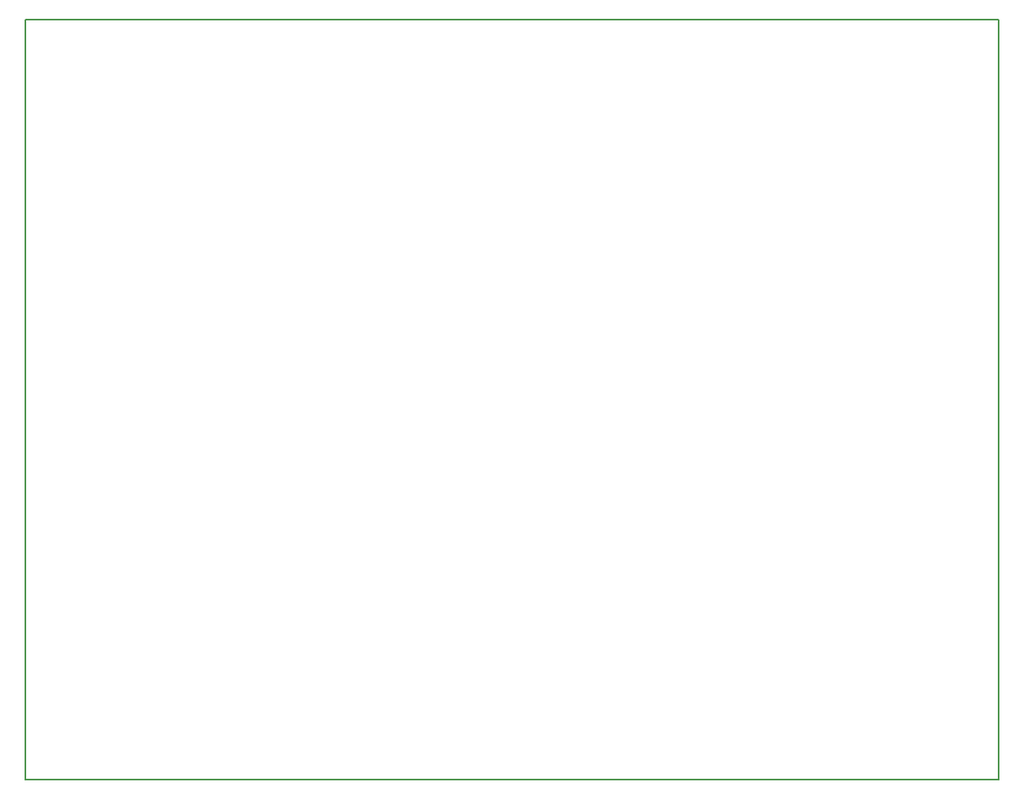
<source format=gbr>
%TF.GenerationSoftware,KiCad,Pcbnew,9.0.1*%
%TF.CreationDate,2025-05-22T16:34:42-04:00*%
%TF.ProjectId,Fotoreceptor,466f746f-7265-4636-9570-746f722e6b69,rev?*%
%TF.SameCoordinates,Original*%
%TF.FileFunction,Profile,NP*%
%FSLAX46Y46*%
G04 Gerber Fmt 4.6, Leading zero omitted, Abs format (unit mm)*
G04 Created by KiCad (PCBNEW 9.0.1) date 2025-05-22 16:34:42*
%MOMM*%
%LPD*%
G01*
G04 APERTURE LIST*
%TA.AperFunction,Profile*%
%ADD10C,0.200000*%
%TD*%
G04 APERTURE END LIST*
D10*
X135130000Y-48700000D02*
X235861000Y-48700000D01*
X235861000Y-127454200D01*
X135130000Y-127454200D01*
X135130000Y-48700000D01*
M02*

</source>
